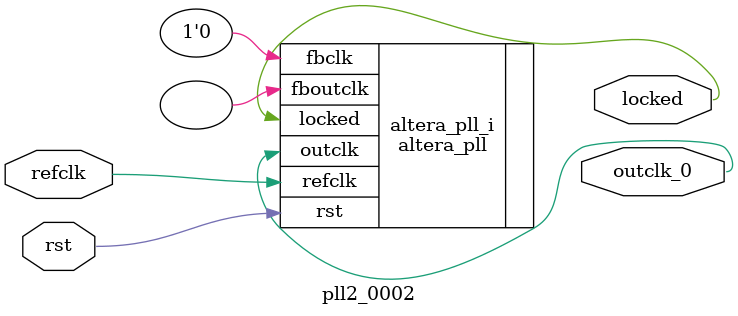
<source format=v>
`timescale 1ns/10ps
module  pll2_0002(

	// interface 'refclk'
	input wire refclk,

	// interface 'reset'
	input wire rst,

	// interface 'outclk0'
	output wire outclk_0,

	// interface 'locked'
	output wire locked
);

	altera_pll #(
		.fractional_vco_multiplier("false"),
		.reference_clock_frequency("50.0 MHz"),
		.operation_mode("direct"),
		.number_of_clocks(1),
		.output_clock_frequency0("25.125000 MHz"),
		.phase_shift0("0 ps"),
		.duty_cycle0(50),
		.output_clock_frequency1("0 MHz"),
		.phase_shift1("0 ps"),
		.duty_cycle1(50),
		.output_clock_frequency2("0 MHz"),
		.phase_shift2("0 ps"),
		.duty_cycle2(50),
		.output_clock_frequency3("0 MHz"),
		.phase_shift3("0 ps"),
		.duty_cycle3(50),
		.output_clock_frequency4("0 MHz"),
		.phase_shift4("0 ps"),
		.duty_cycle4(50),
		.output_clock_frequency5("0 MHz"),
		.phase_shift5("0 ps"),
		.duty_cycle5(50),
		.output_clock_frequency6("0 MHz"),
		.phase_shift6("0 ps"),
		.duty_cycle6(50),
		.output_clock_frequency7("0 MHz"),
		.phase_shift7("0 ps"),
		.duty_cycle7(50),
		.output_clock_frequency8("0 MHz"),
		.phase_shift8("0 ps"),
		.duty_cycle8(50),
		.output_clock_frequency9("0 MHz"),
		.phase_shift9("0 ps"),
		.duty_cycle9(50),
		.output_clock_frequency10("0 MHz"),
		.phase_shift10("0 ps"),
		.duty_cycle10(50),
		.output_clock_frequency11("0 MHz"),
		.phase_shift11("0 ps"),
		.duty_cycle11(50),
		.output_clock_frequency12("0 MHz"),
		.phase_shift12("0 ps"),
		.duty_cycle12(50),
		.output_clock_frequency13("0 MHz"),
		.phase_shift13("0 ps"),
		.duty_cycle13(50),
		.output_clock_frequency14("0 MHz"),
		.phase_shift14("0 ps"),
		.duty_cycle14(50),
		.output_clock_frequency15("0 MHz"),
		.phase_shift15("0 ps"),
		.duty_cycle15(50),
		.output_clock_frequency16("0 MHz"),
		.phase_shift16("0 ps"),
		.duty_cycle16(50),
		.output_clock_frequency17("0 MHz"),
		.phase_shift17("0 ps"),
		.duty_cycle17(50),
		.pll_type("General"),
		.pll_subtype("General")
	) altera_pll_i (
		.rst	(rst),
		.outclk	({outclk_0}),
		.locked	(locked),
		.fboutclk	( ),
		.fbclk	(1'b0),
		.refclk	(refclk)
	);
endmodule


</source>
